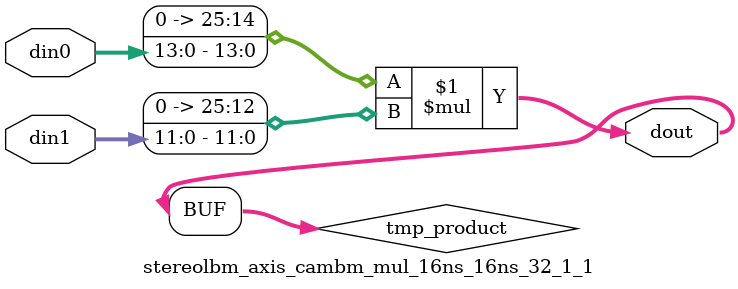
<source format=v>

`timescale 1 ns / 1 ps

  module stereolbm_axis_cambm_mul_16ns_16ns_32_1_1(din0, din1, dout);
parameter ID = 1;
parameter NUM_STAGE = 0;
parameter din0_WIDTH = 14;
parameter din1_WIDTH = 12;
parameter dout_WIDTH = 26;

input [din0_WIDTH - 1 : 0] din0; 
input [din1_WIDTH - 1 : 0] din1; 
output [dout_WIDTH - 1 : 0] dout;

wire signed [dout_WIDTH - 1 : 0] tmp_product;










assign tmp_product = $signed({1'b0, din0}) * $signed({1'b0, din1});











assign dout = tmp_product;







endmodule

</source>
